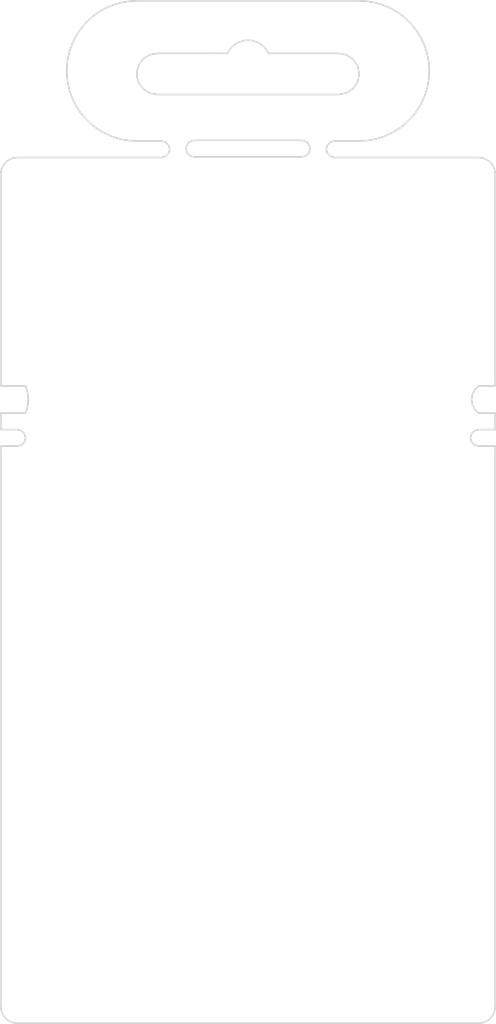
<source format=kicad_pcb>
(kicad_pcb
	(version 20241229)
	(generator "pcbnew")
	(generator_version "9.0")
	(general
		(thickness 1.6)
		(legacy_teardrops no)
	)
	(paper "A4")
	(title_block
		(title "pocket-operator-template")
		(rev "A")
	)
	(layers
		(0 "F.Cu" signal)
		(2 "B.Cu" signal)
		(9 "F.Adhes" user "F.Adhesive")
		(11 "B.Adhes" user "B.Adhesive")
		(13 "F.Paste" user)
		(15 "B.Paste" user)
		(5 "F.SilkS" user "F.Silkscreen")
		(7 "B.SilkS" user "B.Silkscreen")
		(1 "F.Mask" user)
		(3 "B.Mask" user)
		(17 "Dwgs.User" user "User.Drawings")
		(19 "Cmts.User" user "User.Comments")
		(21 "Eco1.User" user "User.Eco1")
		(23 "Eco2.User" user "User.Eco2")
		(25 "Edge.Cuts" user)
		(27 "Margin" user)
		(31 "F.CrtYd" user "F.Courtyard")
		(29 "B.CrtYd" user "B.Courtyard")
		(35 "F.Fab" user)
		(33 "B.Fab" user)
		(39 "User.1" user)
		(41 "User.2" user)
		(43 "User.3" user)
		(45 "User.4" user)
	)
	(setup
		(pad_to_mask_clearance 0)
		(allow_soldermask_bridges_in_footprints no)
		(tenting front back)
		(pcbplotparams
			(layerselection 0x00000000_00000000_55555555_5755f5ff)
			(plot_on_all_layers_selection 0x00000000_00000000_00000000_00000000)
			(disableapertmacros no)
			(usegerberextensions no)
			(usegerberattributes yes)
			(usegerberadvancedattributes yes)
			(creategerberjobfile yes)
			(dashed_line_dash_ratio 12.000000)
			(dashed_line_gap_ratio 3.000000)
			(svgprecision 4)
			(plotframeref no)
			(mode 1)
			(useauxorigin no)
			(hpglpennumber 1)
			(hpglpenspeed 20)
			(hpglpendiameter 15.000000)
			(pdf_front_fp_property_popups yes)
			(pdf_back_fp_property_popups yes)
			(pdf_metadata yes)
			(pdf_single_document no)
			(dxfpolygonmode yes)
			(dxfimperialunits yes)
			(dxfusepcbnewfont yes)
			(psnegative no)
			(psa4output no)
			(plot_black_and_white yes)
			(plotinvisibletext no)
			(sketchpadsonfab no)
			(plotpadnumbers no)
			(hidednponfab no)
			(sketchdnponfab yes)
			(crossoutdnponfab yes)
			(subtractmaskfromsilk no)
			(outputformat 1)
			(mirror no)
			(drillshape 1)
			(scaleselection 1)
			(outputdirectory "")
		)
	)
	(net 0 "")
	(gr_line
		(start 137.3011 50.5823)
		(end 137.1728 50.5568)
		(stroke
			(width 0.2)
			(type default)
		)
		(layer "Edge.Cuts")
		(uuid "014284f1-d09e-4fa4-a0c8-0e57ef3f802e")
	)
	(gr_line
		(start 133.4318 50.6676)
		(end 115.9318 50.6676)
		(stroke
			(width 0.2)
			(type default)
		)
		(layer "Edge.Cuts")
		(uuid "02d4908d-b454-46a5-8533-6b3cc46e7579")
	)
	(gr_line
		(start 133.4318 48.6676)
		(end 133.9318 48.8016)
		(stroke
			(width 0.2)
			(type default)
		)
		(layer "Edge.Cuts")
		(uuid "04988370-cac6-4f9f-9b6a-e40ca5a5dd31")
	)
	(gr_line
		(start 145.9329 37.2924)
		(end 146.4318 38.0323)
		(stroke
			(width 0.2)
			(type default)
		)
		(layer "Edge.Cuts")
		(uuid "04c0ca1e-b05e-4eea-a6e8-877c50412259")
	)
	(gr_line
		(start 113.9318 83.6676)
		(end 115.9318 83.6676)
		(stroke
			(width 0.2)
			(type default)
		)
		(layer "Edge.Cuts")
		(uuid "06057336-be02-40e8-a03e-f6cf3639c8e7")
	)
	(gr_line
		(start 125.761 47.2693)
		(end 126.617 47.7635)
		(stroke
			(width 0.2)
			(type default)
		)
		(layer "Edge.Cuts")
		(uuid "0619d2f0-b69e-4d59-b96e-4eedeb317d33")
	)
	(gr_line
		(start 171.0658 85.1676)
		(end 170.9318 84.6676)
		(stroke
			(width 0.2)
			(type default)
		)
		(layer "Edge.Cuts")
		(uuid "076ecd73-0ada-4004-84b3-2bca75a26803")
	)
	(gr_line
		(start 155.8889 38.2226)
		(end 156.7 38.7645)
		(stroke
			(width 0.2)
			(type default)
		)
		(layer "Edge.Cuts")
		(uuid "07bdcc9a-2199-4ca3-a6b6-265e6a35e28b")
	)
	(gr_line
		(start 150.8143 50.5147)
		(end 150.6905 50.5568)
		(stroke
			(width 0.2)
			(type default)
		)
		(layer "Edge.Cuts")
		(uuid "083fa9b5-0f72-4b7c-8e35-9a05269d184e")
	)
	(gr_line
		(start 164.4272 35.3391)
		(end 163.7942 34.5311)
		(stroke
			(width 0.2)
			(type default)
		)
		(layer "Edge.Cuts")
		(uuid "086809ef-4f81-46fd-a7a5-3d38d5c46004")
	)
	(gr_line
		(start 150.9316 50.4569)
		(end 150.8143 50.5147)
		(stroke
			(width 0.2)
			(type default)
		)
		(layer "Edge.Cuts")
		(uuid "0aba3dd5-07d1-494e-a110-54f00bf4fc2c")
	)
	(gr_line
		(start 155.889 42.842)
		(end 154.9323 43.0323)
		(stroke
			(width 0.2)
			(type default)
		)
		(layer "Edge.Cuts")
		(uuid "0b52e81b-3aa0-4f6c-a2c7-fc7c06d6cb1c")
	)
	(gr_line
		(start 136.5078 49.2082)
		(end 136.5656 49.0909)
		(stroke
			(width 0.2)
			(type default)
		)
		(layer "Edge.Cuts")
		(uuid "0d757f91-0ab3-4037-8c37-f897590c1e71")
	)
	(gr_line
		(start 124.9681 46.679)
		(end 125.761 47.2693)
		(stroke
			(width 0.2)
			(type default)
		)
		(layer "Edge.Cuts")
		(uuid "0e8a3479-7b47-4e2c-96ff-13758d05e1b8")
	)
	(gr_line
		(start 171.9318 83.6676)
		(end 173.9318 83.6676)
		(stroke
			(width 0.2)
			(type default)
		)
		(layer "Edge.Cuts")
		(uuid "0eb1cda8-758a-4ada-a280-f14865046ea9")
	)
	(gr_line
		(start 151.225 48.9821)
		(end 151.2977 49.0909)
		(stroke
			(width 0.2)
			(type default)
		)
		(layer "Edge.Cuts")
		(uuid "0f51a5da-364a-4214-a137-0f1c1f2f93b3")
	)
	(gr_line
		(start 116.4318 85.5336)
		(end 115.9318 85.6676)
		(stroke
			(width 0.2)
			(type default)
		)
		(layer "Edge.Cuts")
		(uuid "1080a24b-3918-4486-a3d7-5f7e274e4cf3")
	)
	(gr_line
		(start 160.4459 48.1152)
		(end 161.3819 47.694)
		(stroke
			(width 0.2)
			(type default)
		)
		(layer "Edge.Cuts")
		(uuid "119b22cc-d7d4-490b-bc70-80b57f56a09d")
	)
	(gr_line
		(start 122.627 43.5343)
		(end 123.0706 44.4176)
		(stroke
			(width 0.2)
			(type default)
		)
		(layer "Edge.Cuts")
		(uuid "12a737ea-c171-43e1-9fba-b0668fd5c78d")
	)
	(gr_line
		(start 173.6638 154.6676)
		(end 173.8637 154.1853)
		(stroke
			(width 0.2)
			(type default)
		)
		(layer "Edge.Cuts")
		(uuid "12f36576-54a2-4872-97f5-1308032c974f")
	)
	(gr_line
		(start 150.6905 50.5568)
		(end 150.5622 50.5823)
		(stroke
			(width 0.2)
			(type default)
		)
		(layer "Edge.Cuts")
		(uuid "137009a4-d3f3-488f-953f-e84646e5f81a")
	)
	(gr_line
		(start 146.4318 38.0323)
		(end 147.9318 38.0323)
		(stroke
			(width 0.2)
			(type default)
		)
		(layer "Edge.Cuts")
		(uuid "144ba961-9164-4b77-8456-324d3e4a64c5")
	)
	(gr_line
		(start 116.7978 85.1676)
		(end 116.4318 85.5336)
		(stroke
			(width 0.2)
			(type default)
		)
		(layer "Edge.Cuts")
		(uuid "14716b5a-ed71-4849-a1b8-b7212a8b6b0f")
	)
	(gr_line
		(start 162.2603 47.163)
		(end 163.0683 46.53)
		(stroke
			(width 0.2)
			(type default)
		)
		(layer "Edge.Cuts")
		(uuid "154a255f-054a-4366-a8cb-8142398d4964")
	)
	(gr_line
		(start 125.761 33.066)
		(end 124.9681 33.6562)
		(stroke
			(width 0.2)
			(type default)
		)
		(layer "Edge.Cuts")
		(uuid "160830f3-9841-41e7-ac4c-889f6c7d2845")
	)
	(gr_line
		(start 128.4716 31.8967)
		(end 127.5246 32.1802)
		(stroke
			(width 0.2)
			(type default)
		)
		(layer "Edge.Cuts")
		(uuid "17d361c5-8117-4d3b-b5d5-9bc5c06076f1")
	)
	(gr_line
		(start 130.7672 41.7823)
		(end 130.4702 40.9664)
		(stroke
			(width 0.2)
			(type default)
		)
		(layer "Edge.Cuts")
		(uuid "19360dc8-341d-4d85-a96e-f3efb4474bec")
	)
	(gr_line
		(start 127.5247 48.155)
		(end 128.4716 48.4385)
		(stroke
			(width 0.2)
			(type default)
		)
		(layer "Edge.Cuts")
		(uuid "19868e46-6059-4c54-905b-5e57bb241d09")
	)
	(gr_line
		(start 147.9318 38.0323)
		(end 154.9322 38.0323)
		(stroke
			(width 0.2)
			(type default)
		)
		(layer "Edge.Cuts")
		(uuid "1c62ff0b-4663-441b-bdcc-b468e0b61a3e")
	)
	(gr_line
		(start 171.4661 78.8123)
		(end 171.9318 78.3676)
		(stroke
			(width 0.2)
			(type default)
		)
		(layer "Edge.Cuts")
		(uuid "1d9bbb5f-55ac-4018-a769-c8ab573f1d5a")
	)
	(gr_line
		(start 115.9318 85.6676)
		(end 113.9318 85.6676)
		(stroke
			(width 0.2)
			(type default)
		)
		(layer "Edge.Cuts")
		(uuid "20352610-7d49-430a-b3a4-037ab3d26073")
	)
	(gr_line
		(start 151.1387 48.8838)
		(end 151.225 48.9821)
		(stroke
			(width 0.2)
			(type default)
		)
		(layer "Edge.Cuts")
		(uuid "2111ffdb-087e-4f0d-969f-db501f11dd28")
	)
	(gr_line
		(start 173.8637 154.1853)
		(end 173.9318 153.6676)
		(stroke
			(width 0.2)
			(type default)
		)
		(layer "Edge.Cuts")
		(uuid "2389509e-dbde-4fec-a9ae-6d43fc5308f6")
	)
	(gr_line
		(start 136.4657 49.332)
		(end 136.5078 49.2082)
		(stroke
			(width 0.2)
			(type default)
		)
		(layer "Edge.Cuts")
		(uuid "23c416d1-d2a5-4d55-b11a-a9952f651ec8")
	)
	(gr_line
		(start 151.1387 50.298)
		(end 151.0404 50.3842)
		(stroke
			(width 0.2)
			(type default)
		)
		(layer "Edge.Cuts")
		(uuid "2495579d-3a66-4a84-a011-afd88cac9adb")
	)
	(gr_line
		(start 136.8229 50.3842)
		(end 136.7245 50.298)
		(stroke
			(width 0.2)
			(type default)
		)
		(layer "Edge.Cuts")
		(uuid "25fd4b9b-86fd-496c-80f6-c9e789751243")
	)
	(gr_line
		(start 123.6138 45.2435)
		(end 124.2491 46.0007)
		(stroke
			(width 0.2)
			(type default)
		)
		(layer "Edge.Cuts")
		(uuid "274d5880-9d96-4a7f-8095-a49b50a3979b")
	)
	(gr_line
		(start 116.9318 78.3676)
		(end 117.1116 78.9019)
		(stroke
			(width 0.2)
			(type default)
		)
		(layer "Edge.Cuts")
		(uuid "28d99458-f1f3-47c4-a943-54b43b56b348")
	)
	(gr_line
		(start 150.6905 48.6249)
		(end 150.8143 48.667)
		(stroke
			(width 0.2)
			(type default)
		)
		(layer "Edge.Cuts")
		(uuid "2a512f83-0fa8-4b86-8714-88ed3e525183")
	)
	(gr_line
		(start 130.4702 40.0981)
		(end 130.7672 39.2823)
		(stroke
			(width 0.2)
			(type default)
		)
		(layer "Edge.Cuts")
		(uuid "2d135cd9-a836-4746-b320-e44520f58452")
	)
	(gr_line
		(start 150.9316 48.7248)
		(end 151.0404 48.7975)
		(stroke
			(width 0.2)
			(type default)
		)
		(layer "Edge.Cuts")
		(uuid "2e9980a2-ea71-4f01-823e-a19bd7b514f7")
	)
	(gr_line
		(start 165.3794 37.1535)
		(end 164.9582 36.2175)
		(stroke
			(width 0.2)
			(type default)
		)
		(layer "Edge.Cuts")
		(uuid "313d2de1-6fd0-40f2-88f7-639abd8e46d8")
	)
	(gr_line
		(start 172.4495 50.7358)
		(end 171.9318 50.6676)
		(stroke
			(width 0.2)
			(type default)
		)
		(layer "Edge.Cuts")
		(uuid "334ebdc4-c048-4d4b-8017-d867faeec32a")
	)
	(gr_line
		(start 171.1658 79.382)
		(end 171.4661 78.8123)
		(stroke
			(width 0.2)
			(type default)
		)
		(layer "Edge.Cuts")
		(uuid "337a2068-9cb0-49e5-a92d-08cccfc4731c")
	)
	(gr_line
		(start 114.5176 51.2534)
		(end 114.1998 51.6676)
		(stroke
			(width 0.2)
			(type default)
		)
		(layer "Edge.Cuts")
		(uuid "371886f3-7f47-46ec-b266-ae9de436d9e1")
	)
	(gr_line
		(start 129.445 48.6102)
		(end 130.4318 48.6676)
		(stroke
			(width 0.2)
			(type default)
		)
		(layer "Edge.Cuts")
		(uuid "395930dd-a908-4048-ac77-4babc671478b")
	)
	(gr_line
		(start 164.4272 44.9962)
		(end 164.9582 44.1178)
		(stroke
			(width 0.2)
			(type default)
		)
		(layer "Edge.Cuts")
		(uuid "3993a32b-2e0c-41ef-bcf5-f9b4ef8ee1e3")
	)
	(gr_line
		(start 172.9318 155.3996)
		(end 173.346 155.0818)
		(stroke
			(width 0.2)
			(type default)
		)
		(layer "Edge.Cuts")
		(uuid "3bbf3416-68a1-43eb-ab65-8a8e06e0e8f9")
	)
	(gr_line
		(start 151.3555 49.9735)
		(end 151.2977 50.0909)
		(stroke
			(width 0.2)
			(type default)
		)
		(layer "Edge.Cuts")
		(uuid "3d61cd7a-d6f2-48ba-b976-869e290aea66")
	)
	(gr_line
		(start 151.3976 49.8497)
		(end 151.3555 49.9735)
		(stroke
			(width 0.2)
			(type default)
		)
		(layer "Edge.Cuts")
		(uuid "3e32168f-732d-401e-866a-e9e37f1319b5")
	)
	(gr_line
		(start 113.9318 78.3676)
		(end 116.9318 78.3676)
		(stroke
			(width 0.2)
			(type default)
		)
		(layer "Edge.Cuts")
		(uuid "3f2d4244-6d69-4224-b3ee-c819d7c04a11")
	)
	(gr_line
		(start 117.2573 80.0176)
		(end 117.2207 80.5802)
		(stroke
			(width 0.2)
			(type default)
		)
		(layer "Edge.Cuts")
		(uuid "41a90462-e0d1-426d-9ef1-94f8a20f3b27")
	)
	(gr_line
		(start 150.8143 48.667)
		(end 150.9316 48.7248)
		(stroke
			(width 0.2)
			(type default)
		)
		(layer "Edge.Cuts")
		(uuid "43f0af16-db44-4525-9ee6-fbffa52fe528")
	)
	(gr_line
		(start 116.9318 81.6676)
		(end 113.9318 81.6676)
		(stroke
			(width 0.2)
			(type default)
		)
		(layer "Edge.Cuts")
		(uuid "487ce4a3-5f3d-4e0f-8a18-c184146f7e01")
	)
	(gr_line
		(start 137.0489 50.5147)
		(end 136.9316 50.4569)
		(stroke
			(width 0.2)
			(type default)
		)
		(layer "Edge.Cuts")
		(uuid "48c59b60-f4aa-4e97-879a-7b98eb3583b9")
	)
	(gr_line
		(start 164.9582 36.2175)
		(end 164.4272 35.3391)
		(stroke
			(width 0.2)
			(type default)
		)
		(layer "Edge.Cuts")
		(uuid "4914e221-6220-44e6-b97c-42fff76023c8")
	)
	(gr_line
		(start 130.7672 39.2823)
		(end 131.3253 38.6172)
		(stroke
			(width 0.2)
			(type default)
		)
		(layer "Edge.Cuts")
		(uuid "4a1b09f8-6864-4a47-8b62-945807cbe57e")
	)
	(gr_line
		(start 124.2491 46.0007)
		(end 124.9681 46.679)
		(stroke
			(width 0.2)
			(type default)
		)
		(layer "Edge.Cuts")
		(uuid "4bb64ba1-97af-4b2b-91a0-ca2c17552c9a")
	)
	(gr_line
		(start 131.3253 42.4474)
		(end 130.7672 41.7823)
		(stroke
			(width 0.2)
			(type default)
		)
		(layer "Edge.Cuts")
		(uuid "548c404a-540c-40d5-b7f7-5ee567e39ea0")
	)
	(gr_line
		(start 136.5656 50.0909)
		(end 136.5078 49.9735)
		(stroke
			(width 0.2)
			(type default)
		)
		(layer "Edge.Cuts")
		(uuid "5623336d-2d9c-454f-b23b-fdc0eba2369e")
	)
	(gr_line
		(start 144.378 36.4655)
		(end 145.2234 36.7512)
		(stroke
			(width 0.2)
			(type default)
		)
		(layer "Edge.Cuts")
		(uuid "5719441a-8e91-40d7-bc60-e02153d37aa1")
	)
	(gr_line
		(start 157.4318 31.6676)
		(end 130.4318 31.6676)
		(stroke
			(width 0.2)
			(type default)
		)
		(layer "Edge.Cuts")
		(uuid "5a5550ee-1c55-4ff4-a860-1d44f4daa117")
	)
	(gr_line
		(start 162.2604 33.1723)
		(end 161.382 32.6413)
		(stroke
			(width 0.2)
			(type default)
		)
		(layer "Edge.Cuts")
		(uuid "5ca8828c-49ed-4cdb-a4ec-f3f23f2bfe3b")
	)
	(gr_line
		(start 161.3819 47.694)
		(end 162.2603 47.163)
		(stroke
			(width 0.2)
			(type default)
		)
		(layer "Edge.Cuts")
		(uuid "5ced566c-6558-4df7-b9af-79c090558d70")
	)
	(gr_line
		(start 133.9318 50.5336)
		(end 133.4318 50.6676)
		(stroke
			(width 0.2)
			(type default)
		)
		(layer "Edge.Cuts")
		(uuid "5da2eb97-9f52-4ae3-bd73-6db9e4d372f6")
	)
	(gr_line
		(start 127.5246 32.1802)
		(end 126.617 32.5717)
		(stroke
			(width 0.2)
			(type default)
		)
		(layer "Edge.Cuts")
		(uuid "600faf99-d827-483c-81e1-09a730002f3b")
	)
	(gr_line
		(start 132.0772 38.1831)
		(end 132.9323 38.0323)
		(stroke
			(width 0.2)
			(type default)
		)
		(layer "Edge.Cuts")
		(uuid "61850768-bab8-469f-a26a-cdebd56d38f5")
	)
	(gr_line
		(start 122.627 36.8009)
		(end 122.2889 37.7298)
		(stroke
			(width 0.2)
			(type default)
		)
		(layer "Edge.Cuts")
		(uuid "62ee9369-8fe7-4695-a1c0-dced79caa7d0")
	)
	(gr_line
		(start 136.5078 49.9735)
		(end 136.4657 49.8497)
		(stroke
			(width 0.2)
			(type default)
		)
		(layer "Edge.Cuts")
		(uuid "64acbc22-0210-4e22-afef-57ca1347c441")
	)
	(gr_line
		(start 172.9318 50.9356)
		(end 172.4495 50.7358)
		(stroke
			(width 0.2)
			(type default)
		)
		(layer "Edge.Cuts")
		(uuid "673a1c63-0fbb-4df0-8397-926c1426346d")
	)
	(gr_line
		(start 121.9462 40.6619)
		(end 122.0609 41.6436)
		(stroke
			(width 0.2)
			(type default)
		)
		(layer "Edge.Cuts")
		(uuid "679e47ed-7cb6-44c4-874a-aa2eb65b1cbe")
	)
	(gr_line
		(start 151.2977 49.0909)
		(end 151.3555 49.2082)
		(stroke
			(width 0.2)
			(type default)
		)
		(layer "Edge.Cuts")
		(uuid "67b5eebe-2a77-4d30-a73c-2367affa9261")
	)
	(gr_line
		(start 151.4231 49.4603)
		(end 151.4316 49.5909)
		(stroke
			(width 0.2)
			(type default)
		)
		(layer "Edge.Cuts")
		(uuid "691f0aba-b90f-4e5b-bee8-15b20532e5b2")
	)
	(gr_line
		(start 114.9318 155.3997)
		(end 115.4142 155.5995)
		(stroke
			(width 0.2)
			(type default)
		)
		(layer "Edge.Cuts")
		(uuid "6a411dbb-f8c6-4b73-90f9-940e10d2dd0f")
	)
	(gr_line
		(start 173.9318 85.6676)
		(end 171.9318 85.6676)
		(stroke
			(width 0.2)
			(type default)
		)
		(layer "Edge.Cuts")
		(uuid "6a857fac-a45e-4f9b-bb0f-9aea94eb469b")
	)
	(gr_line
		(start 128.4716 48.4385)
		(end 129.445 48.6102)
		(stroke
			(width 0.2)
			(type default)
		)
		(layer "Edge.Cuts")
		(uuid "6ab0d9a2-0abe-429a-9551-84e8d92b06f3")
	)
	(gr_line
		(start 150.5622 50.5823)
		(end 150.4316 50.5909)
		(stroke
			(width 0.2)
			(type default)
		)
		(layer "Edge.Cuts")
		(uuid "6b4fbbdc-6709-4889-b1b0-3cf44a204446")
	)
	(gr_line
		(start 153.9318 48.8016)
		(end 154.4318 48.6676)
		(stroke
			(width 0.2)
			(type default)
		)
		(layer "Edge.Cuts")
		(uuid "6c504cd3-5bf2-488f-9aad-f8b9d744f15b")
	)
	(gr_line
		(start 159.466 31.9146)
		(end 158.4564 31.7296)
		(stroke
			(width 0.2)
			(type default)
		)
		(layer "Edge.Cuts")
		(uuid "6d0592b7-1cb6-474d-97b8-6f1da79c8778")
	)
	(gr_line
		(start 165.9318 40.1676)
		(end 165.8698 39.1431)
		(stroke
			(width 0.2)
			(type default)
		)
		(layer "Edge.Cuts")
		(uuid "6f66353f-ff1c-4838-b8e7-b86e0a0f4d01")
	)
	(gr_line
		(start 137.1728 50.5568)
		(end 137.0489 50.5147)
		(stroke
			(width 0.2)
			(type default)
		)
		(layer "Edge.Cuts")
		(uuid "6fdd920c-89f7-4e56-ba19-47eb3e570180")
	)
	(gr_line
		(start 157.4322 40.5323)
		(end 157.2419 41.489)
		(stroke
			(width 0.2)
			(type default)
		)
		(layer "Edge.Cuts")
		(uuid "6ff7a8ff-2d04-4b11-8fe0-4d47fd888add")
	)
	(gr_line
		(start 171.466 81.2229)
		(end 171.1657 80.6532)
		(stroke
			(width 0.2)
			(type default)
		)
		(layer "Edge.Cuts")
		(uuid "71271a54-7c85-4e65-b929-901a73014355")
	)
	(gr_line
		(start 158.4564 31.7296)
		(end 157.4318 31.6676)
		(stroke
			(width 0.2)
			(type default)
		)
		(layer "Edge.Cuts")
		(uuid "729ea448-bc1e-4d57-bf8d-ab78480a278f")
	)
	(gr_line
		(start 173.6638 51.6676)
		(end 173.346 51.2534)
		(stroke
			(width 0.2)
			(type default)
		)
		(layer "Edge.Cuts")
		(uuid "79990f89-409c-4b88-949d-980aea5662a3")
	)
	(gr_line
		(start 151.0404 48.7975)
		(end 151.1387 48.8838)
		(stroke
			(width 0.2)
			(type default)
		)
		(layer "Edge.Cuts")
		(uuid "79e6905e-c122-45b6-bd69-58f11418ae69")
	)
	(gr_line
		(start 121.9462 39.6734)
		(end 121.9462 40.6619)
		(stroke
			(width 0.2)
			(type default)
		)
		(layer "Edge.Cuts")
		(uuid "7f775398-a7a0-4ba5-b633-a90a976b4286")
	)
	(gr_line
		(start 165.8698 41.1922)
		(end 165.9318 40.1676)
		(stroke
			(width 0.2)
			(type default)
		)
		(layer "Edge.Cuts")
		(uuid "7fa428f8-3da3-4a85-afdb-dded072bed79")
	)
	(gr_line
		(start 116.7978 84.1676)
		(end 116.9318 84.6676)
		(stroke
			(width 0.2)
			(type default)
		)
		(layer "Edge.Cuts")
		(uuid "8389fed5-0a6a-4dd3-b0c6-8a68bb280948")
	)
	(gr_line
		(start 137.4316 50.5909)
		(end 137.3011 50.5823)
		(stroke
			(width 0.2)
			(type default)
		)
		(layer "Edge.Cuts")
		(uuid "83fb98b4-3c0e-4312-9e3b-a77942cc67c0")
	)
	(gr_line
		(start 136.5656 49.0909)
		(end 136.6383 48.9821)
		(stroke
			(width 0.2)
			(type default)
		)
		(layer "Edge.Cuts")
		(uuid "84b24e07-7a1a-4f95-bf94-d419c710ae08")
	)
	(gr_line
		(start 151.0404 50.3842)
		(end 150.9316 50.4569)
		(stroke
			(width 0.2)
			(type default)
		)
		(layer "Edge.Cuts")
		(uuid "85aed2a5-cf01-420c-83cd-053ed181a939")
	)
	(gr_line
		(start 122.0609 41.6436)
		(end 122.2889 42.6055)
		(stroke
			(width 0.2)
			(type default)
		)
		(layer "Edge.Cuts")
		(uuid "8606279a-056e-4df5-ab53-27424aeff2a0")
	)
	(gr_line
		(start 151.4316 49.5909)
		(end 151.4231 49.7214)
		(stroke
			(width 0.2)
			(type default)
		)
		(layer "Edge.Cuts")
		(uuid "8bba89d0-7425-41b9-ab44-5dd5e89f719c")
	)
	(gr_line
		(start 171.9318 78.3676)
		(end 173.9318 78.3676)
		(stroke
			(width 0.2)
			(type default)
		)
		(layer "Edge.Cuts")
		(uuid "8be8990d-5221-4f12-810d-b870f71f338d")
	)
	(gr_line
		(start 173.8636 52.15)
		(end 173.6638 51.6676)
		(stroke
			(width 0.2)
			(type default)
		)
		(layer "Edge.Cuts")
		(uuid "8d9dd9a5-e1f0-4d2c-9a60-51f825eb3382")
	)
	(gr_line
		(start 117.2207 79.455)
		(end 117.2573 80.0176)
		(stroke
			(width 0.2)
			(type default)
		)
		(layer "Edge.Cuts")
		(uuid "8f8a5456-86e7-4d56-aabb-bc29bd66c88f")
	)
	(gr_line
		(start 113.9318 153.6676)
		(end 114 154.1852)
		(stroke
			(width 0.2)
			(type default)
		)
		(layer "Edge.Cuts")
		(uuid "906ce216-8367-4123-b8ce-6328dd6a6ee9")
	)
	(gr_line
		(start 151.225 50.1996)
		(end 151.1387 50.298)
		(stroke
			(width 0.2)
			(type default)
		)
		(layer "Edge.Cuts")
		(uuid "92d642d9-6a49-4426-830b-416ff9f2e9a3")
	)
	(gr_line
		(start 171.0621 80.0176)
		(end 171.1658 79.382)
		(stroke
			(width 0.2)
			(type default)
		)
		(layer "Edge.Cuts")
		(uuid "933ce8c2-bd24-4680-ac09-85fae9bcac73")
	)
	(gr_line
		(start 173.346 155.0818)
		(end 173.6638 154.6676)
		(stroke
			(width 0.2)
			(type default)
		)
		(layer "Edge.Cuts")
		(uuid "93a233f5-aaa2-467b-a493-02a3b3837d65")
	)
	(gr_line
		(start 173.9318 78.3676)
		(end 173.9318 52.6676)
		(stroke
			(width 0.2)
			(type default)
		)
		(layer "Edge.Cuts")
		(uuid "93c6660a-6920-451d-bac1-47e5a3ffb8a8")
	)
	(gr_line
		(start 116.4318 83.8016)
		(end 116.7978 84.1676)
		(stroke
			(width 0.2)
			(type default)
		)
		(layer "Edge.Cuts")
		(uuid "94b806fc-6572-492c-965f-6185a2ff6877")
	)
	(gr_line
		(start 116.9318 84.6676)
		(end 116.7978 85.1676)
		(stroke
			(width 0.2)
			(type default)
		)
		(layer "Edge.Cuts")
		(uuid "961d5b9e-ee8e-4618-8236-66b5ced1c4ba")
	)
	(gr_line
		(start 156.7 42.3)
		(end 155.889 42.842)
		(stroke
			(width 0.2)
			(type default)
		)
		(layer "Edge.Cuts")
		(uuid "9653a6bd-4e1e-433d-a2fa-bf1b0c9d4211")
	)
	(gr_line
		(start 126.617 47.7635)
		(end 127.5247 48.155)
		(stroke
			(width 0.2)
			(type default)
		)
		(layer "Edge.Cuts")
		(uuid "96a1261a-777d-4587-935f-64d77120fd75")
	)
	(gr_line
		(start 173.9318 52.6676)
		(end 173.8636 52.15)
		(stroke
			(width 0.2)
			(type default)
		)
		(layer "Edge.Cuts")
		(uuid "971d168d-87a1-4d1d-8606-e7236c990dec")
	)
	(gr_line
		(start 115.4142 155.5995)
		(end 115.9318 155.6676)
		(stroke
			(width 0.2)
			(type default)
		)
		(layer "Edge.Cuts")
		(uuid "974127b4-5c0d-4e5f-93aa-4a75eafbeb3f")
	)
	(gr_line
		(start 117.1116 78.9019)
		(end 117.2207 79.455)
		(stroke
			(width 0.2)
			(type default)
		)
		(layer "Edge.Cuts")
		(uuid "980a5691-8d5d-4364-93fe-1e986ed7043c")
	)
	(gr_line
		(start 154.9322 38.0323)
		(end 155.8889 38.2226)
		(stroke
			(width 0.2)
			(type default)
		)
		(layer "Edge.Cuts")
		(uuid "983160dc-6907-4db5-a3ae-624873c5172f")
	)
	(gr_line
		(start 117.2207 80.5802)
		(end 117.1116 81.1333)
		(stroke
			(width 0.2)
			(type default)
		)
		(layer "Edge.Cuts")
		(uuid "98cff74b-a59f-4965-aa58-9bfbe3c21066")
	)
	(gr_line
		(start 163.7942 34.5311)
		(end 163.0684 33.8053)
		(stroke
			(width 0.2)
			(type default)
		)
		(layer "Edge.Cuts")
		(uuid "98e82b65-46a0-4d80-b56c-58cd708f5b16")
	)
	(gr_line
		(start 113.9318 81.6676)
		(end 113.9318 83.6676)
		(stroke
			(width 0.2)
			(type default)
		)
		(layer "Edge.Cuts")
		(uuid "9acea37a-e846-4e33-bfc2-cc256cef2db3")
	)
	(gr_line
		(start 132.9323 38.0323)
		(end 139.9318 38.0323)
		(stroke
			(width 0.2)
			(type default)
		)
		(layer "Edge.Cuts")
		(uuid "9b0af0f3-cb5a-4ffd-82b9-eb74dd29c16a")
	)
	(gr_line
		(start 141.9307 37.2924)
		(end 142.6402 36.7512)
		(stroke
			(width 0.2)
			(type default)
		)
		(layer "Edge.Cuts")
		(uuid "9b9a0926-ea4f-4968-874a-a9fa71ae4ceb")
	)
	(gr_line
		(start 137.3011 48.5994)
		(end 137.4316 48.5909)
		(stroke
			(width 0.2)
			(type default)
		)
		(layer "Edge.Cuts")
		(uuid "9c506433-4723-4a6b-bde0-3c5f57c0992a")
	)
	(gr_line
		(start 153.9318 50.5336)
		(end 153.5658 50.1676)
		(stroke
			(width 0.2)
			(type default)
		)
		(layer "Edge.Cuts")
		(uuid "9c5f870c-3166-45b2-ad45-191ee13dc941")
	)
	(gr_line
		(start 124.9681 33.6562)
		(end 124.2491 34.3346)
		(stroke
			(width 0.2)
			(type default)
		)
		(layer "Edge.Cuts")
		(uuid "9db1c658-6651-47d1-ae15-9c6985adb120")
	)
	(gr_line
		(start 115.9318 50.6676)
		(end 115.4142 50.7358)
		(stroke
			(width 0.2)
			(type default)
		)
		(layer "Edge.Cuts")
		(uuid "9e50c935-a308-49f4-a361-2c52c49c5f0c")
	)
	(gr_line
		(start 150.5622 48.5994)
		(end 150.6905 48.6249)
		(stroke
			(width 0.2)
			(type default)
		)
		(layer "Edge.Cuts")
		(uuid "9f7b2bd9-37f1-4d11-992e-13e7686b666e")
	)
	(gr_line
		(start 151.4231 49.7214)
		(end 151.3976 49.8497)
		(stroke
			(width 0.2)
			(type default)
		)
		(layer "Edge.Cuts")
		(uuid "a03def15-cecc-4bc9-b6b6-c958a374ea0a")
	)
	(gr_line
		(start 130.4318 31.6676)
		(end 129.445 31.7251)
		(stroke
			(width 0.2)
			(type default)
		)
		(layer "Edge.Cuts")
		(uuid "a04a612a-31e0-46ca-89e3-8cc7c1f527c0")
	)
	(gr_line
		(start 173.9318 81.6676)
		(end 171.9318 81.6676)
		(stroke
			(width 0.2)
			(type default)
		)
		(layer "Edge.Cuts")
		(uuid "a0b2fad2-f567-41da-a498-1e107dc5b5f6")
	)
	(gr_line
		(start 132.0772 42.8815)
		(end 131.3253 42.4474)
		(stroke
			(width 0.2)
			(type default)
		)
		(layer "Edge.Cuts")
		(uuid "a2f07c61-9046-4ca7-9ba5-d42100515b0e")
	)
	(gr_line
		(start 153.5658 49.1676)
		(end 153.9318 48.8016)
		(stroke
			(width 0.2)
			(type default)
		)
		(layer "Edge.Cuts")
		(uuid "a33893fb-3ee8-4d56-824c-c8e318c27d13")
	)
	(gr_line
		(start 159.466 48.4206)
		(end 160.4459 48.1152)
		(stroke
			(width 0.2)
			(type default)
		)
		(layer "Edge.Cuts")
		(uuid "a481cb7e-06de-45e5-b83b-b3609eade544")
	)
	(gr_line
		(start 122.2889 37.7298)
		(end 122.0609 38.6916)
		(stroke
			(width 0.2)
			(type default)
		)
		(layer "Edge.Cuts")
		(uuid "a4a255a4-44e6-4789-a659-2a1dfe338330")
	)
	(gr_line
		(start 122.0609 38.6916)
		(end 121.9462 39.6734)
		(stroke
			(width 0.2)
			(type default)
		)
		(layer "Edge.Cuts")
		(uuid "a4e43757-4218-4429-853c-26276bf49a6b")
	)
	(gr_line
		(start 115.9318 155.6676)
		(end 171.9318 155.6676)
		(stroke
			(width 0.2)
			(type default)
		)
		(layer "Edge.Cuts")
		(uuid "a588ee20-0eba-4b66-b535-31ceb0ac8491")
	)
	(gr_line
		(start 165.8698 39.1431)
		(end 165.6848 38.1335)
		(stroke
			(width 0.2)
			(type default)
		)
		(layer "Edge.Cuts")
		(uuid "a5f6aeda-c314-4426-a44a-a839eaf836fc")
	)
	(gr_line
		(start 153.5658 50.1676)
		(end 153.4318 49.6676)
		(stroke
			(width 0.2)
			(type default)
		)
		(layer "Edge.Cuts")
		(uuid "a61be950-39d4-43ac-b3b9-82114842ce92")
	)
	(gr_line
		(start 153.4318 49.6676)
		(end 153.5658 49.1676)
		(stroke
			(width 0.2)
			(type default)
		)
		(layer "Edge.Cuts")
		(uuid "a63a5407-0e78-43d7-a2ac-4da8cdaa324b")
	)
	(gr_line
		(start 173.346 51.2534)
		(end 172.9318 50.9356)
		(stroke
			(width 0.2)
			(type default)
		)
		(layer "Edge.Cuts")
		(uuid "a6ec9a95-8f60-4012-b5d9-d85f333e89ac")
	)
	(gr_line
		(start 136.7245 50.298)
		(end 136.6383 50.1996)
		(stroke
			(width 0.2)
			(type default)
		)
		(layer "Edge.Cuts")
		(uuid "a773b981-e0ac-42c4-880f-9aeb0ae2ee58")
	)
	(gr_line
		(start 136.4402 49.7214)
		(end 136.4316 49.5909)
		(stroke
			(width 0.2)
			(type default)
		)
		(layer "Edge.Cuts")
		(uuid "a7ced1d2-769f-4040-8999-f9b24e73f89f")
	)
	(gr_line
		(start 154.4318 48.6676)
		(end 157.4318 48.6676)
		(stroke
			(width 0.2)
			(type default)
		)
		(layer "Edge.Cuts")
		(uuid "a85395b9-745c-497e-9da0-56c23dd4b2cc")
	)
	(gr_line
		(start 114.1998 154.6676)
		(end 114.5176 155.0818)
		(stroke
			(width 0.2)
			(type default)
		)
		(layer "Edge.Cuts")
		(uuid "a99c6fa1-d987-4dbe-83b9-1e830588f740")
	)
	(gr_line
		(start 150.4316 50.5909)
		(end 137.4316 50.5909)
		(stroke
			(width 0.2)
			(type default)
		)
		(layer "Edge.Cuts")
		(uuid "aa2bc1c1-54af-4b69-8dd2-0f0ba240b31e")
	)
	(gr_line
		(start 165.3794 43.1818)
		(end 165.6848 42.2018)
		(stroke
			(width 0.2)
			(type default)
		)
		(layer "Edge.Cuts")
		(uuid "aafade4f-ad56-4eaa-8a7a-601d2366157c")
	)
	(gr_line
		(start 124.2491 34.3346)
		(end 123.6137 35.0918)
		(stroke
			(width 0.2)
			(type default)
		)
		(layer "Edge.Cuts")
		(uuid "ab85eb6d-a61b-4642-be5e-e826b13c0924")
	)
	(gr_line
		(start 136.4316 49.5909)
		(end 136.4402 49.4603)
		(stroke
			(width 0.2)
			(type default)
		)
		(layer "Edge.Cuts")
		(uuid "ab8a37ec-847e-4bae-8114-c8e7baba2691")
	)
	(gr_line
		(start 139.9318 38.0323)
		(end 141.4318 38.0323)
		(stroke
			(width 0.2)
			(type default)
		)
		(layer "Edge.Cuts")
		(uuid "abc765e3-96be-4d93-b554-02a74f71a32c")
	)
	(gr_line
		(start 136.4657 49.8497)
		(end 136.4402 49.7214)
		(stroke
			(width 0.2)
			(type default)
		)
		(layer "Edge.Cuts")
		(uuid "ac9254ba-91e6-47f8-8963-9b2273ab507e")
	)
	(gr_line
		(start 154.4318 50.6676)
		(end 153.9318 50.5336)
		(stroke
			(width 0.2)
			(type default)
		)
		(layer "Edge.Cuts")
		(uuid "ad2dada8-a0bb-4c6b-af1c-0ed21ef81d29")
	)
	(gr_line
		(start 170.9318 84.6676)
		(end 171.0658 84.1676)
		(stroke
			(width 0.2)
			(type default)
		)
		(layer "Edge.Cuts")
		(uuid "af1b2863-ed00-4404-b15a-dd9f8362d9f2")
	)
	(gr_line
		(start 171.9318 85.6676)
		(end 171.4318 85.5336)
		(stroke
			(width 0.2)
			(type default)
		)
		(layer "Edge.Cuts")
		(uuid "afad3085-a2c0-44fa-b7b7-02dea7035e42")
	)
	(gr_line
		(start 131.3253 38.6172)
		(end 132.0772 38.1831)
		(stroke
			(width 0.2)
			(type default)
		)
		(layer "Edge.Cuts")
		(uuid "b053ca9a-6ccf-40c3-833b-d896b6c00f7c")
	)
	(gr_line
		(start 172.4494 155.5994)
		(end 172.9318 155.3996)
		(stroke
			(width 0.2)
			(type default)
		)
		(layer "Edge.Cuts")
		(uuid "b0874438-7475-414c-9ab3-b2f622883090")
	)
	(gr_line
		(start 171.0658 84.1676)
		(end 171.4318 83.8016)
		(stroke
			(width 0.2)
			(type default)
		)
		(layer "Edge.Cuts")
		(uuid "b1224780-fb52-43fe-be4d-848f1ceebd04")
	)
	(gr_line
		(start 150.4316 48.5909)
		(end 150.5622 48.5994)
		(stroke
			(width 0.2)
			(type default)
		)
		(layer "Edge.Cuts")
		(uuid "b1d2a3a8-87ff-40ca-90c7-22e0a740ce8a")
	)
	(gr_line
		(start 134.4318 49.6676)
		(end 134.2978 50.1676)
		(stroke
			(width 0.2)
			(type default)
		)
		(layer "Edge.Cuts")
		(uuid "b20829e2-61dc-4f0e-baa8-8754eda7113e")
	)
	(gr_line
		(start 136.9316 50.4569)
		(end 136.8229 50.3842)
		(stroke
			(width 0.2)
			(type default)
		)
		(layer "Edge.Cuts")
		(uuid "b29699fd-1a65-435f-a861-735ce99414f1")
	)
	(gr_line
		(start 129.445 31.7251)
		(end 128.4716 31.8967)
		(stroke
			(width 0.2)
			(type default)
		)
		(layer "Edge.Cuts")
		(uuid "b2cd92c8-3880-4a52-90af-2de9e122da07")
	)
	(gr_line
		(start 145.2234 36.7512)
		(end 145.9329 37.2924)
		(stroke
			(width 0.2)
			(type default)
		)
		(layer "Edge.Cuts")
		(uuid "b5248c6c-5082-4dda-9a0d-d83255f2e3d5")
	)
	(gr_line
		(start 126.617 32.5717)
		(end 125.761 33.066)
		(stroke
			(width 0.2)
			(type default)
		)
		(layer "Edge.Cuts")
		(uuid "b7ba887e-44d6-4e39-99d0-c2dc556b6f6b")
	)
	(gr_line
		(start 143.4856 36.4655)
		(end 144.378 36.4655)
		(stroke
			(width 0.2)
			(type default)
		)
		(layer "Edge.Cuts")
		(uuid "b8514524-3f2f-472e-aad7-b807389e7a70")
	)
	(gr_line
		(start 142.6402 36.7512)
		(end 143.4856 36.4655)
		(stroke
			(width 0.2)
			(type default)
		)
		(layer "Edge.Cuts")
		(uuid "ba26cf35-8d61-4191-8b62-57b8e6e7ec62")
	)
	(gr_line
		(start 113.9318 85.6676)
		(end 113.9318 153.6676)
		(stroke
			(width 0.2)
			(type default)
		)
		(layer "Edge.Cuts")
		(uuid "bd5c260e-6f09-4d10-a59d-fe8fa007af37")
	)
	(gr_line
		(start 163.0684 33.8053)
		(end 162.2604 33.1723)
		(stroke
			(width 0.2)
			(type default)
		)
		(layer "Edge.Cuts")
		(uuid "be6bec3f-926f-4f47-9125-c90c7e61caca")
	)
	(gr_line
		(start 158.4564 48.6056)
		(end 159.466 48.4206)
		(stroke
			(width 0.2)
			(type default)
		)
		(layer "Edge.Cuts")
		(uuid "bf978ee4-0add-4f6e-81d9-d3f381259bf6")
	)
	(gr_line
		(start 165.6848 38.1335)
		(end 165.3794 37.1535)
		(stroke
			(width 0.2)
			(type default)
		)
		(layer "Edge.Cuts")
		(uuid "c1ca3ec0-fbcb-415b-b2f8-c8f5278ac59a")
	)
	(gr_line
		(start 171.9318 50.6676)
		(end 154.4318 50.6676)
		(stroke
			(width 0.2)
			(type default)
		)
		(layer "Edge.Cuts")
		(uuid "c24cb40d-70e2-4691-8d1f-a0a379d28c05")
	)
	(gr_line
		(start 114.5176 155.0818)
		(end 114.9318 155.3997)
		(stroke
			(width 0.2)
			(type default)
		)
		(layer "Edge.Cuts")
		(uuid "c412e919-9b52-43d6-83b2-29847604b3ab")
	)
	(gr_line
		(start 165.6848 42.2018)
		(end 165.8698 41.1922)
		(stroke
			(width 0.2)
			(type default)
		)
		(layer "Edge.Cuts")
		(uuid "c50c497d-5a14-4903-bcfd-e035ea253bed")
	)
	(gr_line
		(start 157.2419 39.5756)
		(end 157.4322 40.5323)
		(stroke
			(width 0.2)
			(type default)
		)
		(layer "Edge.Cuts")
		(uuid "c6bff1cd-68f3-4c86-8d7d-4b3585a314b9")
	)
	(gr_line
		(start 117.1116 81.1333)
		(end 116.9318 81.6676)
		(stroke
			(width 0.2)
			(type default)
		)
		(layer "Edge.Cuts")
		(uuid "c87c5052-fab1-4738-a7f8-998afcb34c58")
	)
	(gr_line
		(start 163.0683 46.53)
		(end 163.7941 45.8042)
		(stroke
			(width 0.2)
			(type default)
		)
		(layer "Edge.Cuts")
		(uuid "c8b5e233-643d-4692-9639-a0a6bcec3d78")
	)
	(gr_line
		(start 114.1998 51.6676)
		(end 114 52.15)
		(stroke
			(width 0.2)
			(type default)
		)
		(layer "Edge.Cuts")
		(uuid "c99a19e0-c60f-451c-92d2-0e2793d58345")
	)
	(gr_line
		(start 164.9582 44.1178)
		(end 165.3794 43.1818)
		(stroke
			(width 0.2)
			(type default)
		)
		(layer "Edge.Cuts")
		(uuid "c9ef5735-d270-4f8e-998e-dfc94e477d24")
	)
	(gr_line
		(start 114.9318 50.9356)
		(end 114.5176 51.2534)
		(stroke
			(width 0.2)
			(type default)
		)
		(layer "Edge.Cuts")
		(uuid "cb5d051a-9f59-4d54-a940-060556c0eb38")
	)
	(gr_line
		(start 171.1657 80.6532)
		(end 171.0621 80.0176)
		(stroke
			(width 0.2)
			(type default)
		)
		(layer "Edge.Cuts")
		(uuid "cb5d6122-1140-4c75-99c5-07f615f99e76")
	)
	(gr_line
		(start 136.7245 48.8838)
		(end 136.8229 48.7975)
		(stroke
			(width 0.2)
			(type default)
		)
		(layer "Edge.Cuts")
		(uuid "cb7328b7-d881-4e4c-b32c-892959a161f5")
	)
	(gr_line
		(start 171.4318 83.8016)
		(end 171.9318 83.6676)
		(stroke
			(width 0.2)
			(type default)
		)
		(layer "Edge.Cuts")
		(uuid "cd74f033-a4ba-4b9a-a0f2-6f2b7a51c89a")
	)
	(gr_line
		(start 136.9316 48.7248)
		(end 137.049 48.667)
		(stroke
			(width 0.2)
			(type default)
		)
		(layer "Edge.Cuts")
		(uuid "cdfa3c6e-56d9-40a8-affd-3cf219e228b9")
	)
	(gr_line
		(start 114 52.15)
		(end 113.9318 52.6676)
		(stroke
			(width 0.2)
			(type default)
		)
		(layer "Edge.Cuts")
		(uuid "cea41b09-241f-4c82-b0be-80b8eaf94b30")
	)
	(gr_line
		(start 161.382 32.6413)
		(end 160.446 32.22)
		(stroke
			(width 0.2)
			(type default)
		)
		(layer "Edge.Cuts")
		(uuid "cf57a95f-dc6a-4adc-9dd5-8c2b8e3c247f")
	)
	(gr_line
		(start 136.6383 48.9821)
		(end 136.7245 48.8838)
		(stroke
			(width 0.2)
			(type default)
		)
		(layer "Edge.Cuts")
		(uuid "cfc5bcfd-2077-48a9-a8d7-192381ac7ff4")
	)
	(gr_line
		(start 137.049 48.667)
		(end 137.1728 48.6249)
		(stroke
			(width 0.2)
			(type default)
		)
		(layer "Edge.Cuts")
		(uuid "cfda059c-e794-4eac-9237-9dc8e99941aa")
	)
	(gr_line
		(start 132.9322 43.0323)
		(end 132.0772 42.8815)
		(stroke
			(width 0.2)
			(type default)
		)
		(layer "Edge.Cuts")
		(uuid "d0ab0f53-3dcb-43b4-83ad-e6b0291a03bf")
	)
	(gr_line
		(start 123.0706 44.4176)
		(end 123.6138 45.2435)
		(stroke
			(width 0.2)
			(type default)
		)
		(layer "Edge.Cuts")
		(uuid "d2256391-c778-4d8d-a544-9087c4bf84d2")
	)
	(gr_line
		(start 137.1728 48.6249)
		(end 137.3011 48.5994)
		(stroke
			(width 0.2)
			(type default)
		)
		(layer "Edge.Cuts")
		(uuid "d2eaf97a-f66c-4d0e-aad7-8b869ff33f21")
	)
	(gr_line
		(start 130.4318 48.6676)
		(end 133.4318 48.6676)
		(stroke
			(width 0.2)
			(type default)
		)
		(layer "Edge.Cuts")
		(uuid "d4469440-e6f7-4714-ad79-974b8b5cd2dd")
	)
	(gr_line
		(start 151.3976 49.332)
		(end 151.4231 49.4603)
		(stroke
			(width 0.2)
			(type default)
		)
		(layer "Edge.Cuts")
		(uuid "d83923f8-3273-4dd5-be69-195314ac8398")
	)
	(gr_line
		(start 151.3555 49.2082)
		(end 151.3976 49.332)
		(stroke
			(width 0.2)
			(type default)
		)
		(layer "Edge.Cuts")
		(uuid "dba1a3c1-c96b-4adc-b7c7-64d23d1821df")
	)
	(gr_line
		(start 157.4318 48.6676)
		(end 158.4564 48.6056)
		(stroke
			(width 0.2)
			(type default)
		)
		(layer "Edge.Cuts")
		(uuid "dc28a299-1c9c-4c08-a3d1-aaab33f4b0a9")
	)
	(gr_line
		(start 115.4142 50.7358)
		(end 114.9318 50.9356)
		(stroke
			(width 0.2)
			(type default)
		)
		(layer "Edge.Cuts")
		(uuid "dd7f3e43-b1e4-44a8-892b-2da2d2eef680")
	)
	(gr_line
		(start 141.4318 38.0323)
		(end 141.9307 37.2924)
		(stroke
			(width 0.2)
			(type default)
		)
		(layer "Edge.Cuts")
		(uuid "e59dab79-370d-423b-ae30-c1d56d78ef19")
	)
	(gr_line
		(start 123.6137 35.0918)
		(end 123.0706 35.9176)
		(stroke
			(width 0.2)
			(type default)
		)
		(layer "Edge.Cuts")
		(uuid "e8a8e46a-ff0b-486f-a9f4-2c660ddf970f")
	)
	(gr_line
		(start 134.2978 49.1676)
		(end 134.4318 49.6676)
		(stroke
			(width 0.2)
			(type default)
		)
		(layer "Edge.Cuts")
		(uuid "e8b1282b-7a07-4bc5-a496-4a688802cf8d")
	)
	(gr_line
		(start 163.7941 45.8042)
		(end 164.4272 44.9962)
		(stroke
			(width 0.2)
			(type default)
		)
		(layer "Edge.Cuts")
		(uuid "eb06d1a2-efc4-467c-b830-4a0b2cf4c6d1")
	)
	(gr_line
		(start 114 154.1852)
		(end 114.1998 154.6676)
		(stroke
			(width 0.2)
			(type default)
		)
		(layer "Edge.Cuts")
		(uuid "ec2d2f23-d823-4fa3-9d2d-6aceef7bfd7d")
	)
	(gr_line
		(start 157.2419 41.489)
		(end 156.7 42.3)
		(stroke
			(width 0.2)
			(type default)
		)
		(layer "Edge.Cuts")
		(uuid "ed750000-fefb-4425-b8ed-26c3d7a9165c")
	)
	(gr_line
		(start 151.2977 50.0909)
		(end 151.225 50.1996)
		(stroke
			(width 0.2)
			(type default)
		)
		(layer "Edge.Cuts")
		(uuid "edbe275f-f1d6-484f-9385-b2929013ac6e")
	)
	(gr_line
		(start 171.9318 155.6676)
		(end 172.4494 155.5994)
		(stroke
			(width 0.2)
			(type default)
		)
		(layer "Edge.Cuts")
		(uuid "ee63395f-66b9-47d5-93e4-ca2255053736")
	)
	(gr_line
		(start 113.9318 52.6676)
		(end 113.9318 78.3676)
		(stroke
			(width 0.2)
			(type default)
		)
		(layer "Edge.Cuts")
		(uuid "eec62c70-df57-4fa8-a7e9-5fca4ea484c4")
	)
	(gr_line
		(start 123.0706 35.9176)
		(end 122.627 36.8009)
		(stroke
			(width 0.2)
			(type default)
		)
		(layer "Edge.Cuts")
		(uuid "f2145058-d8bb-4175-964a-e2d9cc39343a")
	)
	(gr_line
		(start 173.9318 83.6676)
		(end 173.9318 81.6676)
		(stroke
			(width 0.2)
			(type default)
		)
		(layer "Edge.Cuts")
		(uuid "f4565882-af4f-4630-a75d-ee97a96e69e7")
	)
	(gr_line
		(start 136.6383 50.1996)
		(end 136.5656 50.0909)
		(stroke
			(width 0.2)
			(type default)
		)
		(layer "Edge.Cuts")
		(uuid "f58002df-4c2e-4c6c-952e-2e2bd521cf25")
	)
	(gr_line
		(start 130.4702 40.9664)
		(end 130.4702 40.0981)
		(stroke
			(width 0.2)
			(type default)
		)
		(layer "Edge.Cuts")
		(uuid "f5be1ce9-ad12-4d09-8493-47b1c1d66250")
	)
	(gr_line
		(start 156.7 38.7645)
		(end 157.2419 39.5756)
		(stroke
			(width 0.2)
			(type default)
		)
		(layer "Edge.Cuts")
		(uuid "f5c88489-8e6b-40ed-873f-908d06170b7b")
	)
	(gr_line
		(start 173.9318 153.6676)
		(end 173.9318 85.6676)
		(stroke
			(width 0.2)
			(type default)
		)
		(layer "Edge.Cuts")
		(uuid "f70bb192-244d-445a-8b87-bed75de62f53")
	)
	(gr_line
		(start 160.446 32.22)
		(end 159.466 31.9146)
		(stroke
			(width 0.2)
			(type default)
		)
		(layer "Edge.Cuts")
		(uuid "f74b1c26-4300-45e0-8f68-719c84e8d958")
	)
	(gr_line
		(start 115.9318 83.6676)
		(end 116.4318 83.8016)
		(stroke
			(width 0.2)
			(type default)
		)
		(layer "Edge.Cuts")
		(uuid "f76de002-0952-48c4-862f-2551c89903fb")
	)
	(gr_line
		(start 154.9323 43.0323)
		(end 132.9322 43.0323)
		(stroke
			(width 0.2)
			(type default)
		)
		(layer "Edge.Cuts")
		(uuid "f7c1e0b2-68c4-45bb-a1d2-be14fdb11d91")
	)
	(gr_line
		(start 133.9318 48.8016)
		(end 134.2978 49.1676)
		(stroke
			(width 0.2)
			(type default)
		)
		(layer "Edge.Cuts")
		(uuid "f8162682-058c-441e-9b60-b617e429c41d")
	)
	(gr_line
		(start 136.8229 48.7975)
		(end 136.9316 48.7248)
		(stroke
			(width 0.2)
			(type default)
		)
		(layer "Edge.Cuts")
		(uuid "fc210b4b-b6e9-4464-8b87-63cd280a9bb1")
	)
	(gr_line
		(start 134.2978 50.1676)
		(end 133.9318 50.5336)
		(stroke
			(width 0.2)
			(type default)
		)
		(layer "Edge.Cuts")
		(uuid "fc29c411-a1f5-46f6-b218-f4b6734a04a1")
	)
	(gr_line
		(start 122.2889 42.6055)
		(end 122.627 43.5343)
		(stroke
			(width 0.2)
			(type default)
		)
		(layer "Edge.Cuts")
		(uuid "fc5adc6a-529e-4c9b-80c6-dec9f451721a")
	)
	(gr_line
		(start 137.4316 48.5909)
		(end 150.4316 48.5909)
		(stroke
			(width 0.2)
			(type default)
		)
		(layer "Edge.Cuts")
		(uuid "fedb3fe6-1bed-4b20-8546-4124b452b445")
	)
	(gr_line
		(start 171.4318 85.5336)
		(end 171.0658 85.1676)
		(stroke
			(width 0.2)
			(type default)
		)
		(layer "Edge.Cuts")
		(uuid "ff176c76-2ea9-4f97-b154-887ef2643eb1")
	)
	(gr_line
		(start 136.4402 49.4603)
		(end 136.4657 49.332)
		(stroke
			(width 0.2)
			(type default)
		)
		(layer "Edge.Cuts")
		(uuid "ff9e25e8-ea4e-4cea-94f5-cb92ab303148")
	)
	(gr_line
		(start 171.9318 81.6676)
		(end 171.466 81.2229)
		(stroke
			(width 0.2)
			(type default)
		)
		(layer "Edge.Cuts")
		(uuid "ffb6b6d2-c4ff-4969-83e8-eaa48fd95952")
	)
	(group ""
		(uuid "a0a75361-6f5f-4927-a12d-3a0ec626c4c6")
		(members "014284f1-d09e-4fa4-a0c8-0e57ef3f802e" "02d4908d-b454-46a5-8533-6b3cc46e7579"
			"04988370-cac6-4f9f-9b6a-e40ca5a5dd31" "04c0ca1e-b05e-4eea-a6e8-877c50412259"
			"06057336-be02-40e8-a03e-f6cf3639c8e7" "0619d2f0-b69e-4d59-b96e-4eedeb317d33"
			"076ecd73-0ada-4004-84b3-2bca75a26803" "07bdcc9a-2199-4ca3-a6b6-265e6a35e28b"
			"083fa9b5-0f72-4b7c-8e35-9a05269d184e" "086809ef-4f81-46fd-a7a5-3d38d5c46004"
			"0aba3dd5-07d1-494e-a110-54f00bf4fc2c" "0b52e81b-3aa0-4f6c-a2c7-fc7c06d6cb1c"
			"0d757f91-0ab3-4037-8c37-f897590c1e71" "0e8a3479-7b47-4e2c-96ff-13758d05e1b8"
			"0eb1cda8-758a-4ada-a280-f14865046ea9" "0f51a5da-364a-4214-a137-0f1c1f2f93b3"
			"1080a24b-3918-4486-a3d7-5f7e274e4cf3" "119b22cc-d7d4-490b-bc70-80b57f56a09d"
			"12a737ea-c171-43e1-9fba-b0668fd5c78d" "12f36576-54a2-4872-97f5-1308032c974f"
			"137009a4-d3f3-488f-953f-e84646e5f81a" "144ba961-9164-4b77-8456-324d3e4a64c5"
			"14716b5a-ed71-4849-a1b8-b7212a8b6b0f" "154a255f-054a-4366-a8cb-8142398d4964"
			"160830f3-9841-41e7-ac4c-889f6c7d2845" "17d361c5-8117-4d3b-b5d5-9bc5c06076f1"
			"19360dc8-341d-4d85-a96e-f3efb4474bec" "19868e46-6059-4c54-905b-5e57bb241d09"
			"1c62ff0b-4663-441b-bdcc-b468e0b61a3e" "1d9bbb5f-55ac-4018-a769-c8ab573f1d5a"
			"20352610-7d49-430a-b3a4-037ab3d26073" "2111ffdb-087e-4f0d-969f-db501f11dd28"
			"2389509e-dbde-4fec-a9ae-6d43fc5308f6" "23c416d1-d2a5-4d55-b11a-a9952f651ec8"
			"2495579d-3a66-4a84-a011-afd88cac9adb" "25fd4b9b-86fd-496c-80f6-c9e789751243"
			"274d5880-9d96-4a7f-8095-a49b50a3979b" "28d99458-f1f3-47c4-a943-54b43b56b348"
			"2a512f83-0fa8-4b86-8714-88ed3e525183" "2d135cd9-a836-4746-b320-e44520f58452"
			"2e9980a2-ea71-4f01-823e-a19bd7b514f7" "313d2de1-6fd0-40f2-88f7-639abd8e46d8"
			"334ebdc4-c048-4d4b-8017-d867faeec32a" "337a2068-9cb0-49e5-a92d-08cccfc4731c"
			"371886f3-7f47-46ec-b266-ae9de436d9e1" "395930dd-a908-4048-ac77-4babc671478b"
			"3993a32b-2e0c-41ef-bcf5-f9b4ef8ee1e3" "3bbf3416-68a1-43eb-ab65-8a8e06e0e8f9"
			"3d61cd7a-d6f2-48ba-b976-869e290aea66" "3e32168f-732d-401e-866a-e9e37f1319b5"
			"3f2d4244-6d69-4224-b3ee-c819d7c04a11" "41a90462-e0d1-426d-9ef1-94f8a20f3b27"
			"43f0af16-db44-4525-9ee6-fbffa52fe528" "487ce4a3-5f3d-4e0f-8a18-c184146f7e01"
			"48c59b60-f4aa-4e97-879a-7b98eb3583b9" "4914e221-6220-44e6-b97c-42fff76023c8"
			"4a1b09f8-6864-4a47-8b62-945807cbe57e" "4bb64ba1-97af-4b2b-91a0-ca2c17552c9a"
			"548c404a-540c-40d5-b7f7-5ee567e39ea0" "5623336d-2d9c-454f-b23b-fdc0eba2369e"
			"5719441a-8e91-40d7-bc60-e02153d37aa1" "5a5550ee-1c55-4ff4-a860-1d44f4daa117"
			"5ca8828c-49ed-4cdb-a4ec-f3f23f2bfe3b" "5ced566c-6558-4df7-b9af-79c090558d70"
			"5da2eb97-9f52-4ae3-bd73-6db9e4d372f6" "600faf99-d827-483c-81e1-09a730002f3b"
			"61850768-bab8-469f-a26a-cdebd56d38f5" "62ee9369-8fe7-4695-a1c0-dced79caa7d0"
			"64acbc22-0210-4e22-afef-57ca1347c441" "673a1c63-0fbb-4df0-8397-926c1426346d"
			"679e47ed-7cb6-44c4-874a-aa2eb65b1cbe" "67b5eebe-2a77-4d30-a73c-2367affa9261"
			"691f0aba-b90f-4e5b-bee8-15b20532e5b2" "6a411dbb-f8c6-4b73-90f9-940e10d2dd0f"
			"6a857fac-a45e-4f9b-bb0f-9aea94eb469b" "6ab0d9a2-0abe-429a-9551-84e8d92b06f3"
			"6b4fbbdc-6709-4889-b1b0-3cf44a204446" "6c504cd3-5bf2-488f-9aad-f8b9d744f15b"
			"6d0592b7-1cb6-474d-97b8-6f1da79c8778" "6f66353f-ff1c-4838-b8e7-b86e0a0f4d01"
			"6fdd920c-89f7-4e56-ba19-47eb3e570180" "6ff7a8ff-2d04-4b11-8fe0-4d47fd888add"
			"71271a54-7c85-4e65-b929-901a73014355" "729ea448-bc1e-4d57-bf8d-ab78480a278f"
			"79990f89-409c-4b88-949d-980aea5662a3" "79e6905e-c122-45b6-bd69-58f11418ae69"
			"7f775398-a7a0-4ba5-b633-a90a976b4286" "7fa428f8-3da3-4a85-afdb-dded072bed79"
			"8389fed5-0a6a-4dd3-b0c6-8a68bb280948" "83fb98b4-3c0e-4312-9e3b-a77942cc67c0"
			"84b24e07-7a1a-4f95-bf94-d419c710ae08" "85aed2a5-cf01-420c-83cd-053ed181a939"
			"8606279a-056e-4df5-ab53-27424aeff2a0" "8bba89d0-7425-41b9-ab44-5dd5e89f719c"
			"8be8990d-5221-4f12-810d-b870f71f338d" "8d9dd9a5-e1f0-4d2c-9a60-51f825eb3382"
			"8f8a5456-86e7-4d56-aabb-bc29bd66c88f" "906ce216-8367-4123-b8ce-6328dd6a6ee9"
			"92d642d9-6a49-4426-830b-416ff9f2e9a3" "933ce8c2-bd24-4680-ac09-85fae9bcac73"
			"93a233f5-aaa2-467b-a493-02a3b3837d65" "93c6660a-6920-451d-bac1-47e5a3ffb8a8"
			"94b806fc-6572-492c-965f-6185a2ff6877" "961d5b9e-ee8e-4618-8236-66b5ced1c4ba"
			"9653a6bd-4e1e-433d-a2fa-bf1b0c9d4211" "96a1261a-777d-4587-935f-64d77120fd75"
			"971d168d-87a1-4d1d-8606-e7236c990dec" "974127b4-5c0d-4e5f-93aa-4a75eafbeb3f"
			"980a5691-8d5d-4364-93fe-1e986ed7043c" "983160dc-6907-4db5-a3ae-624873c5172f"
			"98cff74b-a59f-4965-aa58-9bfbe3c21066" "98e82b65-46a0-4d80-b56c-58cd708f5b16"
			"9acea37a-e846-4e33-bfc2-cc256cef2db3" "9b0af0f3-cb5a-4ffd-82b9-eb74dd29c16a"
			"9b9a0926-ea4f-4968-874a-a9fa71ae4ceb" "9c506433-4723-4a6b-bde0-3c5f57c0992a"
			"9c5f870c-3166-45b2-ad45-191ee13dc941" "9db1c658-6651-47d1-ae15-9c6985adb120"
			"9e50c935-a308-49f4-a361-2c52c49c5f0c" "9f7b2bd9-37f1-4d11-992e-13e7686b666e"
			"a03def15-cecc-4bc9-b6b6-c958a374ea0a" "a04a612a-31e0-46ca-89e3-8cc7c1f527c0"
			"a0b2fad2-f567-41da-a498-1e107dc5b5f6" "a2f07c61-9046-4ca7-9ba5-d42100515b0e"
			"a33893fb-3ee8-4d56-824c-c8e318c27d13" "a481cb7e-06de-45e5-b83b-b3609eade544"
			"a4a255a4-44e6-4789-a659-2a1dfe338330" "a4e43757-4218-4429-853c-26276bf49a6b"
			"a588ee20-0eba-4b66-b535-31ceb0ac8491" "a5f6aeda-c314-4426-a44a-a839eaf836fc"
			"a61be950-39d4-43ac-b3b9-82114842ce92" "a63a5407-0e78-43d7-a2ac-4da8cdaa324b"
			"a6ec9a95-8f60-4012-b5d9-d85f333e89ac" "a773b981-e0ac-42c4-880f-9aeb0ae2ee58"
			"a7ced1d2-769f-4040-8999-f9b24e73f89f" "a85395b9-745c-497e-9da0-56c23dd4b2cc"
			"a99c6fa1-d987-4dbe-83b9-1e830588f740" "aa2bc1c1-54af-4b69-8dd2-0f0ba240b31e"
			"aafade4f-ad56-4eaa-8a7a-601d2366157c" "ab85eb6d-a61b-4642-be5e-e826b13c0924"
			"ab8a37ec-847e-4bae-8114-c8e7baba2691" "abc765e3-96be-4d93-b554-02a74f71a32c"
			"ac9254ba-91e6-47f8-8963-9b2273ab507e" "ad2dada8-a0bb-4c6b-af1c-0ed21ef81d29"
			"af1b2863-ed00-4404-b15a-dd9f8362d9f2" "afad3085-a2c0-44fa-b7b7-02dea7035e42"
			"b053ca9a-6ccf-40c3-833b-d896b6c00f7c" "b0874438-7475-414c-9ab3-b2f622883090"
			"b1224780-fb52-43fe-be4d-848f1ceebd04" "b1d2a3a8-87ff-40ca-90c7-22e0a740ce8a"
			"b20829e2-61dc-4f0e-baa8-8754eda7113e" "b29699fd-1a65-435f-a861-735ce99414f1"
			"b2cd92c8-3880-4a52-90af-2de9e122da07" "b5248c6c-5082-4dda-9a0d-d83255f2e3d5"
			"b7ba887e-44d6-4e39-99d0-c2dc556b6f6b" "b8514524-3f2f-472e-aad7-b807389e7a70"
			"ba26cf35-8d61-4191-8b62-57b8e6e7ec62" "bd5c260e-6f09-4d10-a59d-fe8fa007af37"
			"be6bec3f-926f-4f47-9125-c90c7e61caca" "bf978ee4-0add-4f6e-81d9-d3f381259bf6"
			"c1ca3ec0-fbcb-415b-b2f8-c8f5278ac59a" "c24cb40d-70e2-4691-8d1f-a0a379d28c05"
			"c412e919-9b52-43d6-83b2-29847604b3ab" "c50c497d-5a14-4903-bcfd-e035ea253bed"
			"c6bff1cd-68f3-4c86-8d7d-4b3585a314b9" "c87c5052-fab1-4738-a7f8-998afcb34c58"
			"c8b5e233-643d-4692-9639-a0a6bcec3d78" "c99a19e0-c60f-451c-92d2-0e2793d58345"
			"c9ef5735-d270-4f8e-998e-dfc94e477d24" "cb5d051a-9f59-4d54-a940-060556c0eb38"
			"cb5d6122-1140-4c75-99c5-07f615f99e76" "cb7328b7-d881-4e4c-b32c-892959a161f5"
			"cd74f033-a4ba-4b9a-a0f2-6f2b7a51c89a" "cdfa3c6e-56d9-40a8-affd-3cf219e228b9"
			"cea41b09-241f-4c82-b0be-80b8eaf94b30" "cf57a95f-dc6a-4adc-9dd5-8c2b8e3c247f"
			"cfc5bcfd-2077-48a9-a8d7-192381ac7ff4" "cfda059c-e794-4eac-9237-9dc8e99941aa"
			"d0ab0f53-3dcb-43b4-83ad-e6b0291a03bf" "d2256391-c778-4d8d-a544-9087c4bf84d2"
			"d2eaf97a-f66c-4d0e-aad7-8b869ff33f21" "d4469440-e6f7-4714-ad79-974b8b5cd2dd"
			"d83923f8-3273-4dd5-be69-195314ac8398" "dba1a3c1-c96b-4adc-b7c7-64d23d1821df"
			"dc28a299-1c9c-4c08-a3d1-aaab33f4b0a9" "dd7f3e43-b1e4-44a8-892b-2da2d2eef680"
			"e59dab79-370d-423b-ae30-c1d56d78ef19" "e8a8e46a-ff0b-486f-a9f4-2c660ddf970f"
			"e8b1282b-7a07-4bc5-a496-4a688802cf8d" "eb06d1a2-efc4-467c-b830-4a0b2cf4c6d1"
			"ec2d2f23-d823-4fa3-9d2d-6aceef7bfd7d" "ed750000-fefb-4425-b8ed-26c3d7a9165c"
			"edbe275f-f1d6-484f-9385-b2929013ac6e" "ee63395f-66b9-47d5-93e4-ca2255053736"
			"eec62c70-df57-4fa8-a7e9-5fca4ea484c4" "f2145058-d8bb-4175-964a-e2d9cc39343a"
			"f4565882-af4f-4630-a75d-ee97a96e69e7" "f58002df-4c2e-4c6c-952e-2e2bd521cf25"
			"f5be1ce9-ad12-4d09-8493-47b1c1d66250" "f5c88489-8e6b-40ed-873f-908d06170b7b"
			"f70bb192-244d-445a-8b87-bed75de62f53" "f74b1c26-4300-45e0-8f68-719c84e8d958"
			"f76de002-0952-48c4-862f-2551c89903fb" "f7c1e0b2-68c4-45bb-a1d2-be14fdb11d91"
			"f8162682-058c-441e-9b60-b617e429c41d" "fc210b4b-b6e9-4464-8b87-63cd280a9bb1"
			"fc29c411-a1f5-46f6-b218-f4b6734a04a1" "fc5adc6a-529e-4c9b-80c6-dec9f451721a"
			"fedb3fe6-1bed-4b20-8546-4124b452b445" "ff176c76-2ea9-4f97-b154-887ef2643eb1"
			"ff9e25e8-ea4e-4cea-94f5-cb92ab303148" "ffb6b6d2-c4ff-4969-83e8-eaa48fd95952"
		)
	)
	(embedded_fonts no)
)

</source>
